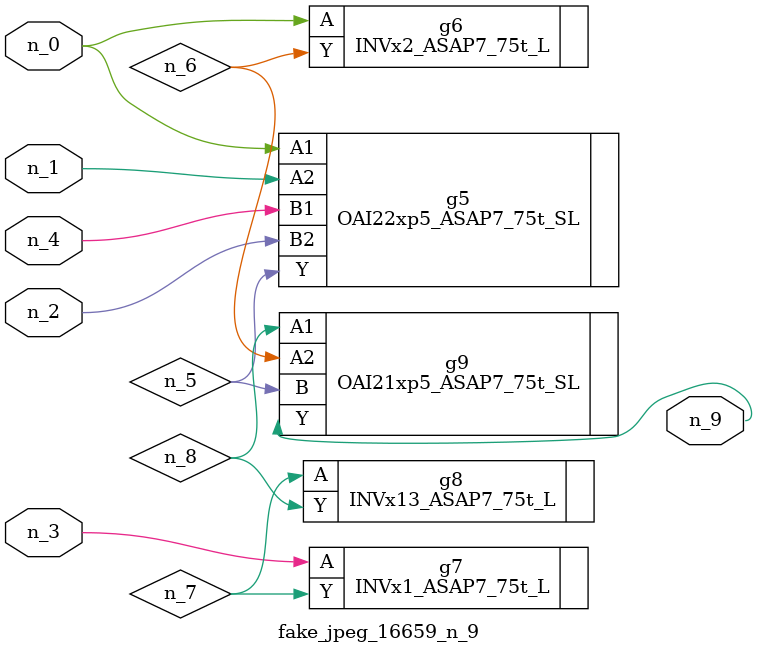
<source format=v>
module fake_jpeg_16659_n_9 (n_3, n_2, n_1, n_0, n_4, n_9);

input n_3;
input n_2;
input n_1;
input n_0;
input n_4;

output n_9;

wire n_8;
wire n_6;
wire n_5;
wire n_7;

OAI22xp5_ASAP7_75t_SL g5 ( 
.A1(n_0),
.A2(n_1),
.B1(n_4),
.B2(n_2),
.Y(n_5)
);

INVx2_ASAP7_75t_L g6 ( 
.A(n_0),
.Y(n_6)
);

INVx1_ASAP7_75t_L g7 ( 
.A(n_3),
.Y(n_7)
);

INVx13_ASAP7_75t_L g8 ( 
.A(n_7),
.Y(n_8)
);

OAI21xp5_ASAP7_75t_SL g9 ( 
.A1(n_8),
.A2(n_6),
.B(n_5),
.Y(n_9)
);


endmodule
</source>
